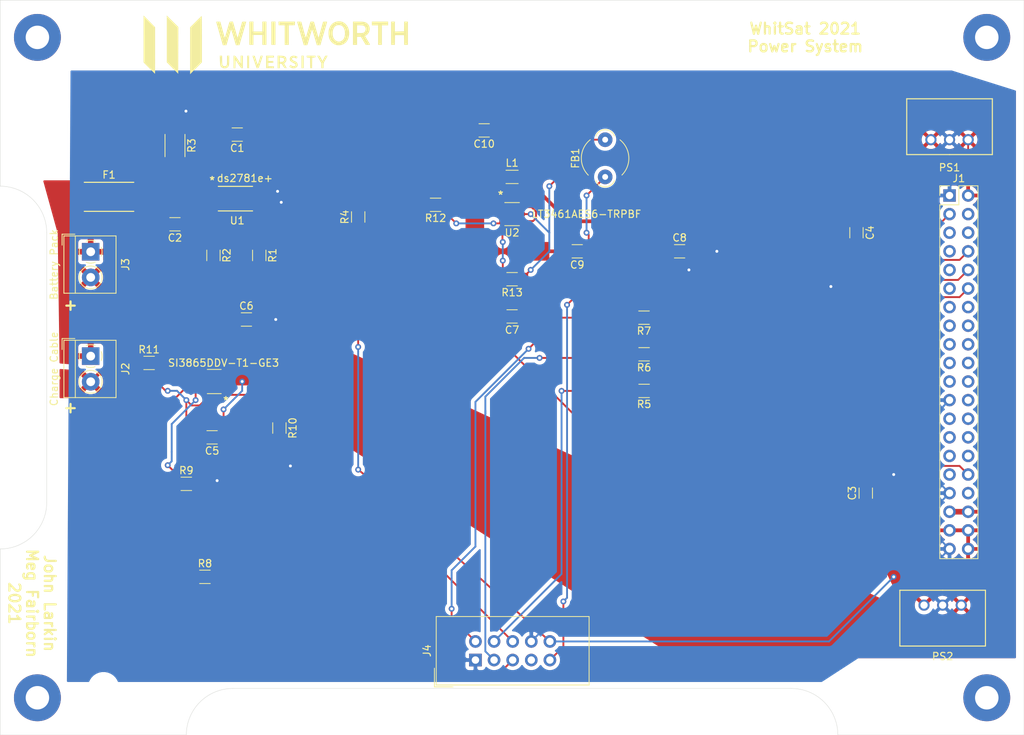
<source format=kicad_pcb>
(kicad_pcb (version 20171130) (host pcbnew "(5.1.10-1-10_14)")
  (layers (0 F.Cu signal) (31 B.Cu signal) (34 B.Paste user hide) (35 F.Paste user hide) (36 B.SilkS user hide) (37 F.SilkS user) (38 B.Mask user hide) (39 F.Mask user) (44 Edge.Cuts user))
  (net 0 "")
  (net 1 GND)
  (net 2 +5V)
  (net 3 /SPI_MOSI)
  (net 4 /SPI_MISO)
  (net 5 /SPI_CLK)
  (net 6 /I2C_SDA)
  (net 7 /I2C_SCL)
  (net 8 /POD_WAKE)
  (net 9 /POD_TX)
  (net 10 /POD_RX)
  (net 11 /RADIO_WAKE)
  (net 12 /A0)
  (net 13 /A1)
  (net 14 /A2)
  (net 15 /LED_A)
  (net 16 /LED_B)
  (net 17 /LED_C)
  (net 18 /PWM)
  (net 19 /IRIDIUM_NET_AVAIL)
  (net 20 /IRIDIUM_RX)
  (net 21 /IRIDIUM_TX)
  (net 22 /IRIDIUM_PWR_CTRL)
  (net 23 +3V3)
  (net 24 +BATT)
  (net 25 +7.4V)
  (net 26 /A3)
  (net 27 /DIO1)
  (net 28 /INTERBOARD_1)
  (net 29 /INTERBOARD_2)
  (net 30 /INTERBOARD_3)
  (net 31 "Net-(C1-Pad2)")
  (net 32 "Net-(C1-Pad1)")
  (net 33 "Net-(C2-Pad1)")
  (net 34 "Net-(F1-Pad1)")
  (net 35 /1_WIRE)
  (net 36 /EXT_TEMP)
  (net 37 "Net-(J4-Pad2)")
  (net 38 "Net-(J4-Pad3)")
  (net 39 "Net-(J4-Pad4)")
  (net 40 "Net-(J4-Pad5)")
  (net 41 /PWR_ENABLE)
  (net 42 "Net-(J4-Pad7)")
  (net 43 "Net-(R1-Pad1)")
  (net 44 "Net-(U1-Pad8)")
  (net 45 "Net-(C5-Pad2)")
  (net 46 "Net-(MOSFET1-Pad1)")
  (net 47 /AUDIO_ALERT)
  (net 48 /USB_D+)
  (net 49 /USB_B-)
  (net 50 "Net-(C7-Pad1)")
  (net 51 "Net-(C7-Pad2)")
  (net 52 /SIPM_Power)
  (net 53 "Net-(L1-Pad1)")
  (module LittleFuse_0157004DRT:LittleFuse_0157004.DRT (layer F.Cu) (at 40.25 52.25)
    (fp_text reference F1 (at 0 -3) (layer F.SilkS))
    (fp_text value 0157004.DRT hide)
    (pad 2 smd rect (at 2.54 0) (size 2.286 3.048) (layers F.Cu F.Paste F.Mask) (net 31 "Net-(C1-Pad2)"))
    (pad 1 smd rect (at -2.54 0) (size 2.286 3.048) (layers F.Cu F.Paste F.Mask) (net 34 "Net-(F1-Pad1)"))
  )
  (module MountingHole:MountingHole_3.2mm_M3 (layer F.Cu) (at 39.5 119.25)
    (fp_text reference REF** hide)
    (fp_text value MountingHole_3.2mm_M3)
    (pad 1 np_thru_hole circle (at 0 0) (size 3.2 3.2) (drill 3.2) (layers *.Cu *.Mask))
  )
  (module MountingHole:MountingHole_3.2mm_M3 (layer F.Cu) (at 151 32)
    (fp_text reference REF** hide)
    (fp_text value MountingHole_3.2mm_M3)
    (pad 1 np_thru_hole circle (at 0 0) (size 3.2 3.2) (drill 3.2) (layers *.Cu *.Mask))
  )
  (module MountingHole:MountingHole_3.2mm_M3 (layer F.Cu) (at 151 119.25)
    (fp_text reference REF** hide)
    (fp_text value MountingHole_3.2mm_M3)
    (pad 1 np_thru_hole circle (at 0 0) (size 3.2 3.2) (drill 3.2) (layers *.Cu *.Mask))
  )
  (module MountingHole:MountingHole_3.2mm_M3 (layer F.Cu) (at 39.5 32)
    (fp_text reference REF** hide)
    (fp_text value MountingHole_3.2mm_M3)
    (pad 1 np_thru_hole circle (at 0 0) (size 3.2 3.2) (drill 3.2) (layers *.Cu *.Mask))
  )
  (module WhitworthStandard:PC104_40PinSocket_2.54mm (layer F.Cu) (at 154.94 52.07)
    (fp_text reference J1 (at 1.27 -2.33) (layer F.SilkS))
    (fp_text value PC104_40Pin_2.54mm)
    (pad 21 thru_hole oval (at 2.54 48.26) (size 1.7 1.7) (drill 1) (layers *.Cu *.Mask) (net 23 +3V3))
    (pad 20 thru_hole oval (at 0 48.26) (size 1.7 1.7) (drill 1) (layers *.Cu *.Mask) (net 1 GND))
    (pad 22 thru_hole oval (at 2.54 45.72) (size 1.7 1.7) (drill 1) (layers *.Cu *.Mask) (net 23 +3V3))
    (pad 19 thru_hole oval (at 0 45.72) (size 1.7 1.7) (drill 1) (layers *.Cu *.Mask) (net 23 +3V3))
    (pad 23 thru_hole oval (at 2.54 43.18) (size 1.7 1.7) (drill 1) (layers *.Cu *.Mask) (net 25 +7.4V))
    (pad 18 thru_hole oval (at 0 43.18) (size 1.7 1.7) (drill 1) (layers *.Cu *.Mask) (net 25 +7.4V))
    (pad 24 thru_hole oval (at 2.54 40.64) (size 1.7 1.7) (drill 1) (layers *.Cu *.Mask) (net 11 /RADIO_WAKE))
    (pad 17 thru_hole oval (at 0 40.64) (size 1.7 1.7) (drill 1) (layers *.Cu *.Mask) (net 1 GND))
    (pad 25 thru_hole oval (at 2.54 38.1) (size 1.7 1.7) (drill 1) (layers *.Cu *.Mask) (net 35 /1_WIRE))
    (pad 16 thru_hole oval (at 0 38.1) (size 1.7 1.7) (drill 1) (layers *.Cu *.Mask) (net 3 /SPI_MOSI))
    (pad 26 thru_hole oval (at 2.54 35.56) (size 1.7 1.7) (drill 1) (layers *.Cu *.Mask) (net 19 /IRIDIUM_NET_AVAIL))
    (pad 15 thru_hole oval (at 0 35.56) (size 1.7 1.7) (drill 1) (layers *.Cu *.Mask) (net 4 /SPI_MISO))
    (pad 27 thru_hole oval (at 2.54 33.02) (size 1.7 1.7) (drill 1) (layers *.Cu *.Mask) (net 21 /IRIDIUM_TX))
    (pad 14 thru_hole oval (at 0 33.02) (size 1.7 1.7) (drill 1) (layers *.Cu *.Mask) (net 5 /SPI_CLK))
    (pad 28 thru_hole oval (at 2.54 30.48) (size 1.7 1.7) (drill 1) (layers *.Cu *.Mask) (net 20 /IRIDIUM_RX))
    (pad 13 thru_hole oval (at 0 30.48) (size 1.7 1.7) (drill 1) (layers *.Cu *.Mask) (net 27 /DIO1))
    (pad 29 thru_hole oval (at 2.54 27.94) (size 1.7 1.7) (drill 1) (layers *.Cu *.Mask) (net 22 /IRIDIUM_PWR_CTRL))
    (pad 12 thru_hole oval (at 0 27.94) (size 1.7 1.7) (drill 1) (layers *.Cu *.Mask) (net 1 GND))
    (pad 30 thru_hole oval (at 2.54 25.4) (size 1.7 1.7) (drill 1) (layers *.Cu *.Mask) (net 47 /AUDIO_ALERT))
    (pad 11 thru_hole oval (at 0 25.4) (size 1.7 1.7) (drill 1) (layers *.Cu *.Mask) (net 6 /I2C_SDA))
    (pad 31 thru_hole oval (at 2.54 22.86) (size 1.7 1.7) (drill 1) (layers *.Cu *.Mask) (net 28 /INTERBOARD_1))
    (pad 10 thru_hole oval (at 0 22.86) (size 1.7 1.7) (drill 1) (layers *.Cu *.Mask) (net 7 /I2C_SCL))
    (pad 32 thru_hole oval (at 2.54 20.32) (size 1.7 1.7) (drill 1) (layers *.Cu *.Mask) (net 29 /INTERBOARD_2))
    (pad 9 thru_hole oval (at 0 20.32) (size 1.7 1.7) (drill 1) (layers *.Cu *.Mask) (net 10 /POD_RX))
    (pad 33 thru_hole oval (at 2.54 17.78) (size 1.7 1.7) (drill 1) (layers *.Cu *.Mask) (net 30 /INTERBOARD_3))
    (pad 8 thru_hole oval (at 0 17.78) (size 1.7 1.7) (drill 1) (layers *.Cu *.Mask) (net 9 /POD_TX))
    (pad 34 thru_hole oval (at 2.54 15.24) (size 1.7 1.7) (drill 1) (layers *.Cu *.Mask) (net 18 /PWM))
    (pad 7 thru_hole oval (at 0 15.24) (size 1.7 1.7) (drill 1) (layers *.Cu *.Mask) (net 8 /POD_WAKE))
    (pad 35 thru_hole oval (at 2.54 12.7) (size 1.7 1.7) (drill 1) (layers *.Cu *.Mask) (net 17 /LED_C))
    (pad 6 thru_hole oval (at 0 12.7) (size 1.7 1.7) (drill 1) (layers *.Cu *.Mask) (net 12 /A0))
    (pad 36 thru_hole oval (at 2.54 10.16) (size 1.7 1.7) (drill 1) (layers *.Cu *.Mask) (net 16 /LED_B))
    (pad 5 thru_hole oval (at 0 10.16) (size 1.7 1.7) (drill 1) (layers *.Cu *.Mask) (net 13 /A1))
    (pad 37 thru_hole oval (at 2.54 7.62) (size 1.7 1.7) (drill 1) (layers *.Cu *.Mask) (net 15 /LED_A))
    (pad 4 thru_hole oval (at 0 7.62) (size 1.7 1.7) (drill 1) (layers *.Cu *.Mask) (net 14 /A2))
    (pad 38 thru_hole oval (at 2.54 5.08) (size 1.7 1.7) (drill 1) (layers *.Cu *.Mask) (net 48 /USB_D+))
    (pad 3 thru_hole oval (at 0 5.08) (size 1.7 1.7) (drill 1) (layers *.Cu *.Mask) (net 26 /A3))
    (pad 39 thru_hole oval (at 2.54 2.54) (size 1.7 1.7) (drill 1) (layers *.Cu *.Mask) (net 49 /USB_B-))
    (pad 2 thru_hole oval (at 0 2.54) (size 1.7 1.7) (drill 1) (layers *.Cu *.Mask) (net 36 /EXT_TEMP))
    (pad 40 thru_hole oval (at 2.54 0) (size 1.7 1.7) (drill 1) (layers *.Cu *.Mask) (net 2 +5V))
    (pad 1 thru_hole rect (at 0 0) (size 1.7 1.7) (drill 1) (layers *.Cu *.Mask) (net 1 GND))
  )
  (module WhitworthStandard:LOGO (layer F.Cu) (at 63 31.5)
    (fp_text reference G*** hide)
    (fp_text value LOGO hide)
  )
  (module MountingHole:MountingHole_3.2mm_M3_Pad (layer F.Cu) (at 160.02 120.65)
    (fp_text reference REF** hide)
    (fp_text value MountingHole_3.2mm_M3_Pad hide)
    (pad 1 thru_hole circle (at 0 0) (size 6.4 6.4) (drill 3.2) (layers *.Cu *.Mask))
  )
  (module MountingHole:MountingHole_3.2mm_M3_Pad (layer F.Cu) (at 30.48 120.65)
    (fp_text reference REF** hide)
    (fp_text value MountingHole_3.2mm_M3_Pad hide)
    (pad 1 thru_hole circle (at 0 0) (size 6.4 6.4) (drill 3.2) (layers *.Cu *.Mask))
  )
  (module MountingHole:MountingHole_3.2mm_M3_Pad (layer F.Cu) (at 160.02 30.48)
    (fp_text reference REF** hide)
    (fp_text value MountingHole_3.2mm_M3_Pad hide)
    (pad 1 thru_hole circle (at 0 0) (size 6.4 6.4) (drill 3.2) (layers *.Cu *.Mask))
  )
  (module MountingHole:MountingHole_3.2mm_M3_Pad (layer F.Cu) (at 30.48 30.48)
    (fp_text reference REF** hide)
    (fp_text value MountingHole_3.2mm_M3_Pad hide)
    (pad 1 thru_hole circle (at 0 0) (size 6.4 6.4) (drill 3.2) (layers *.Cu *.Mask))
  )
  (module TerminalBlock_4Ucon:TerminalBlock_4Ucon_1x02_P3.50mm_Horizontal (layer F.Cu) (at 37.75 74 270)
    (fp_text reference J2 (at 1.75 -4.75 90) (layer F.SilkS))
    (fp_text value "Charge Cable" (at 1.75 5 90) (layer F.SilkS))
    (pad 1 thru_hole rect (at 0 0 270) (size 2.4 2.4) (drill 1.2) (layers *.Cu *.Mask) (net 34 "Net-(F1-Pad1)"))
    (pad 2 thru_hole circle (at 3.5 0 270) (size 2.4 2.4) (drill 1.2) (layers *.Cu *.Mask) (net 24 +BATT))
  )
  (module TerminalBlock_4Ucon:TerminalBlock_4Ucon_1x02_P3.50mm_Horizontal (layer F.Cu) (at 37.75 59.75 270)
    (fp_text reference J3 (at 1.75 -4.75 90) (layer F.SilkS))
    (fp_text value "Battery Pack" (at 1.75 5 90) (layer F.SilkS))
    (pad 2 thru_hole circle (at 3.5 0 270) (size 2.4 2.4) (drill 1.2) (layers *.Cu *.Mask) (net 24 +BATT))
    (pad 1 thru_hole rect (at 0 0 270) (size 2.4 2.4) (drill 1.2) (layers *.Cu *.Mask) (net 34 "Net-(F1-Pad1)"))
  )
  (module Connector_IDC:IDC-Header_2x05_P2.54mm_Vertical (layer F.Cu) (at 90.25 115.5 90)
    (fp_text reference J4 (at 1.27 -6.604 90) (layer F.SilkS))
    (fp_text value "IDC Header")
    (pad 1 thru_hole rect (at 0 0 90) (size 1.7272 1.7272) (drill 1.016) (layers *.Cu *.Mask) (net 1 GND))
    (pad 2 thru_hole oval (at 2.54 0 90) (size 1.7272 1.7272) (drill 1.016) (layers *.Cu *.Mask) (net 37 "Net-(J4-Pad2)"))
    (pad 3 thru_hole oval (at 0 2.54 90) (size 1.7272 1.7272) (drill 1.016) (layers *.Cu *.Mask) (net 38 "Net-(J4-Pad3)"))
    (pad 4 thru_hole oval (at 2.54 2.54 90) (size 1.7272 1.7272) (drill 1.016) (layers *.Cu *.Mask) (net 39 "Net-(J4-Pad4)"))
    (pad 5 thru_hole oval (at 0 5.08 90) (size 1.7272 1.7272) (drill 1.016) (layers *.Cu *.Mask) (net 40 "Net-(J4-Pad5)"))
    (pad 6 thru_hole oval (at 2.54 5.08 90) (size 1.7272 1.7272) (drill 1.016) (layers *.Cu *.Mask) (net 41 /PWR_ENABLE))
    (pad 7 thru_hole oval (at 0 7.62 90) (size 1.7272 1.7272) (drill 1.016) (layers *.Cu *.Mask) (net 42 "Net-(J4-Pad7)"))
    (pad 8 thru_hole oval (at 2.54 7.62 90) (size 1.7272 1.7272) (drill 1.016) (layers *.Cu *.Mask) (net 1 GND))
    (pad 9 thru_hole oval (at 0 10.16 90) (size 1.7272 1.7272) (drill 1.016) (layers *.Cu *.Mask) (net 36 /EXT_TEMP))
    (pad 10 thru_hole oval (at 2.54 10.16 90) (size 1.7272 1.7272) (drill 1.016) (layers *.Cu *.Mask) (net 23 +3V3))
  )
  (module DS2781e:ds2781e&plus_ (layer F.Cu) (at 57.5 52.5)
    (fp_text reference U1 (at 0.25 3) (layer F.SilkS))
    (fp_text value ds2781e+ (at 1.287599 -2.789601) (layer F.SilkS))
    (fp_text user * (at -3.175 -2.4736) (layer F.SilkS))
    (fp_text user * (at -3.175 -2.4736) (layer F.SilkS))
    (pad 1 smd rect (at -2.921 -0.974999) (size 1.4224 0.3556) (layers F.Cu F.Paste F.Mask) (net 32 "Net-(C1-Pad1)"))
    (pad 2 smd rect (at -2.921 -0.325001) (size 1.4224 0.3556) (layers F.Cu F.Paste F.Mask) (net 31 "Net-(C1-Pad2)"))
    (pad 3 smd rect (at -2.921 0.325001) (size 1.4224 0.3556) (layers F.Cu F.Paste F.Mask) (net 43 "Net-(R1-Pad1)"))
    (pad 4 smd rect (at -2.921 0.974999) (size 1.4224 0.3556) (layers F.Cu F.Paste F.Mask) (net 33 "Net-(C2-Pad1)"))
    (pad 5 smd rect (at 2.921 0.974999) (size 1.4224 0.3556) (layers F.Cu F.Paste F.Mask) (net 35 /1_WIRE))
    (pad 6 smd rect (at 2.921 0.325001) (size 1.4224 0.3556) (layers F.Cu F.Paste F.Mask) (net 1 GND))
    (pad 7 smd rect (at 2.921 -0.325001) (size 1.4224 0.3556) (layers F.Cu F.Paste F.Mask) (net 1 GND))
    (pad 8 smd rect (at 2.921 -0.974999) (size 1.4224 0.3556) (layers F.Cu F.Paste F.Mask) (net 44 "Net-(U1-Pad8)"))
  )
  (module Capacitor_SMD:C_1206_3216Metric_Pad1.33x1.80mm_HandSolder (layer F.Cu) (at 57.75 43.75 180)
    (fp_text reference C1 (at 0 -1.85) (layer F.SilkS))
    (fp_text value "0.1 uF")
    (pad 2 smd roundrect (at 1.5625 0 180) (size 1.325 1.8) (layers F.Cu F.Paste F.Mask) (roundrect_rratio 0.188679) (net 31 "Net-(C1-Pad2)"))
    (pad 1 smd roundrect (at -1.5625 0 180) (size 1.325 1.8) (layers F.Cu F.Paste F.Mask) (roundrect_rratio 0.188679) (net 32 "Net-(C1-Pad1)"))
  )
  (module Capacitor_SMD:C_1206_3216Metric_Pad1.33x1.80mm_HandSolder (layer F.Cu) (at 49.25 56 180)
    (fp_text reference C2 (at 0 -1.85) (layer F.SilkS))
    (fp_text value "0.1 uF")
    (pad 1 smd roundrect (at -1.5625 0 180) (size 1.325 1.8) (layers F.Cu F.Paste F.Mask) (roundrect_rratio 0.188679) (net 33 "Net-(C2-Pad1)"))
    (pad 2 smd roundrect (at 1.5625 0 180) (size 1.325 1.8) (layers F.Cu F.Paste F.Mask) (roundrect_rratio 0.188679) (net 31 "Net-(C1-Pad2)"))
  )
  (module Capacitor_SMD:C_1206_3216Metric_Pad1.33x1.80mm_HandSolder (layer F.Cu) (at 143.51 92.71 90)
    (fp_text reference C3 (at 0 -1.85 90) (layer F.SilkS))
    (fp_text value 10uF)
    (pad 1 smd roundrect (at -1.5625 0 90) (size 1.325 1.8) (layers F.Cu F.Paste F.Mask) (roundrect_rratio 0.188679) (net 23 +3V3))
    (pad 2 smd roundrect (at 1.5625 0 90) (size 1.325 1.8) (layers F.Cu F.Paste F.Mask) (roundrect_rratio 0.188679) (net 1 GND))
  )
  (module Capacitor_SMD:C_1206_3216Metric_Pad1.33x1.80mm_HandSolder (layer F.Cu) (at 142.24 57.15 270)
    (fp_text reference C4 (at 0 -1.85 90) (layer F.SilkS))
    (fp_text value 10uF)
    (pad 2 smd roundrect (at 1.5625 0 270) (size 1.325 1.8) (layers F.Cu F.Paste F.Mask) (roundrect_rratio 0.188679) (net 1 GND))
    (pad 1 smd roundrect (at -1.5625 0 270) (size 1.325 1.8) (layers F.Cu F.Paste F.Mask) (roundrect_rratio 0.188679) (net 2 +5V))
  )
  (module Capacitor_SMD:C_1206_3216Metric_Pad1.33x1.80mm_HandSolder (layer F.Cu) (at 54.3175 85.09 180)
    (fp_text reference C5 (at 0 -1.85) (layer F.SilkS))
    (fp_text value 1000pF)
    (pad 2 smd roundrect (at 1.5625 0 180) (size 1.325 1.8) (layers F.Cu F.Paste F.Mask) (roundrect_rratio 0.188679) (net 45 "Net-(C5-Pad2)"))
    (pad 1 smd roundrect (at -1.5625 0 180) (size 1.325 1.8) (layers F.Cu F.Paste F.Mask) (roundrect_rratio 0.188679) (net 25 +7.4V))
  )
  (module Capacitor_SMD:C_1206_3216Metric_Pad1.33x1.80mm_HandSolder (layer F.Cu) (at 59 69)
    (fp_text reference C6 (at 0 -1.85) (layer F.SilkS))
    (fp_text value 0.01uF)
    (pad 1 smd roundrect (at -1.5625 0) (size 1.325 1.8) (layers F.Cu F.Paste F.Mask) (roundrect_rratio 0.188679) (net 24 +BATT))
    (pad 2 smd roundrect (at 1.5625 0) (size 1.325 1.8) (layers F.Cu F.Paste F.Mask) (roundrect_rratio 0.188679) (net 1 GND))
  )
  (module SI3865DDVT1GE3:SI3865DDV-T1-GE3 (layer F.Cu) (at 54.61 77.47 180)
    (fp_text reference MOSFET1 hide)
    (fp_text value SI3865DDV-T1-GE3 (at -1.27 2.54) (layer F.SilkS))
    (fp_text user * (at -1.5875 -2.601) (layer F.SilkS))
    (fp_text user * (at -1.5875 -2.601) (layer F.SilkS))
    (pad 1 smd rect (at -1.3335 -0.950001 180) (size 1.016 0.508) (layers F.Cu F.Paste F.Mask) (net 46 "Net-(MOSFET1-Pad1)"))
    (pad 2 smd rect (at -1.3335 0 180) (size 1.016 0.508) (layers F.Cu F.Paste F.Mask) (net 25 +7.4V))
    (pad 3 smd rect (at -1.3335 0.950001 180) (size 1.016 0.508) (layers F.Cu F.Paste F.Mask) (net 25 +7.4V))
    (pad 4 smd rect (at 1.3335 0.950001 180) (size 1.016 0.508) (layers F.Cu F.Paste F.Mask) (net 24 +BATT))
    (pad 5 smd rect (at 1.3335 0 180) (size 1.016 0.508) (layers F.Cu F.Paste F.Mask) (net 41 /PWR_ENABLE))
    (pad 6 smd rect (at 1.3335 -0.950001 180) (size 1.016 0.508) (layers F.Cu F.Paste F.Mask) (net 45 "Net-(C5-Pad2)"))
  )
  (module WhitworthStandard:RECOM-R-78xx-1.0 (layer F.Cu) (at 154.94 44.45)
    (fp_text reference PS1 (at 0 3.81) (layer F.SilkS))
    (fp_text value R-785.0-1.0)
    (pad 1 thru_hole circle (at -2.54 0) (size 1.524 1.524) (drill 1) (layers *.Cu *.Mask) (net 25 +7.4V))
    (pad 2 thru_hole circle (at 0 0) (size 1.524 1.524) (drill 1) (layers *.Cu *.Mask) (net 1 GND))
    (pad 3 thru_hole circle (at 2.54 0) (size 1.524 1.524) (drill 1) (layers *.Cu *.Mask) (net 2 +5V))
  )
  (module WhitworthStandard:RECOM-R-78xx-1.0 (layer F.Cu) (at 154 108 180)
    (fp_text reference PS2 (at 0 -7) (layer F.SilkS))
    (fp_text value R-783.3-1.0)
    (pad 3 thru_hole circle (at 2.54 0 180) (size 1.524 1.524) (drill 1) (layers *.Cu *.Mask) (net 23 +3V3))
    (pad 2 thru_hole circle (at 0 0 180) (size 1.524 1.524) (drill 1) (layers *.Cu *.Mask) (net 1 GND))
    (pad 1 thru_hole circle (at -2.54 0 180) (size 1.524 1.524) (drill 1) (layers *.Cu *.Mask) (net 25 +7.4V))
  )
  (module Resistor_SMD:R_1206_3216Metric_Pad1.30x1.75mm_HandSolder (layer F.Cu) (at 60.75 60.25 270)
    (fp_text reference R1 (at 0 -1.82 90) (layer F.SilkS))
    (fp_text value 1k)
    (pad 2 smd roundrect (at 1.55 0 270) (size 1.3 1.75) (layers F.Cu F.Paste F.Mask) (roundrect_rratio 0.192308) (net 24 +BATT))
    (pad 1 smd roundrect (at -1.55 0 270) (size 1.3 1.75) (layers F.Cu F.Paste F.Mask) (roundrect_rratio 0.192308) (net 43 "Net-(R1-Pad1)"))
  )
  (module Resistor_SMD:R_1206_3216Metric_Pad1.30x1.75mm_HandSolder (layer F.Cu) (at 54.5 60.25 270)
    (fp_text reference R2 (at 0 -1.82 90) (layer F.SilkS))
    (fp_text value 499)
    (pad 1 smd roundrect (at -1.55 0 270) (size 1.3 1.75) (layers F.Cu F.Paste F.Mask) (roundrect_rratio 0.192308) (net 33 "Net-(C2-Pad1)"))
    (pad 2 smd roundrect (at 1.55 0 270) (size 1.3 1.75) (layers F.Cu F.Paste F.Mask) (roundrect_rratio 0.192308) (net 24 +BATT))
  )
  (module Resistor_SMD:R_2010_5025Metric_Pad1.40x2.65mm_HandSolder (layer F.Cu) (at 49.25 45.25 270)
    (fp_text reference R3 (at 0 -2.28 90) (layer F.SilkS))
    (fp_text value RSNS)
    (pad 1 smd roundrect (at -2.4 0 270) (size 1.4 2.65) (layers F.Cu F.Paste F.Mask) (roundrect_rratio 0.178571) (net 1 GND))
    (pad 2 smd roundrect (at 2.4 0 270) (size 1.4 2.65) (layers F.Cu F.Paste F.Mask) (roundrect_rratio 0.178571) (net 31 "Net-(C1-Pad2)"))
  )
  (module Resistor_SMD:R_1206_3216Metric_Pad1.30x1.75mm_HandSolder (layer F.Cu) (at 74.25 55 90)
    (fp_text reference R4 (at 0 -1.82 90) (layer F.SilkS))
    (fp_text value 4.7k)
    (pad 1 smd roundrect (at -1.55 0 90) (size 1.3 1.75) (layers F.Cu F.Paste F.Mask) (roundrect_rratio 0.192308) (net 23 +3V3))
    (pad 2 smd roundrect (at 1.55 0 90) (size 1.3 1.75) (layers F.Cu F.Paste F.Mask) (roundrect_rratio 0.192308) (net 35 /1_WIRE))
  )
  (module Resistor_SMD:R_1206_3216Metric_Pad1.30x1.75mm_HandSolder (layer F.Cu) (at 113.2625 78.75 180)
    (fp_text reference R5 (at 0 -1.82) (layer F.SilkS))
    (fp_text value 3.4)
    (pad 1 smd roundrect (at -1.55 0 180) (size 1.3 1.75) (layers F.Cu F.Paste F.Mask) (roundrect_rratio 0.192308) (net 17 /LED_C))
    (pad 2 smd roundrect (at 1.55 0 180) (size 1.3 1.75) (layers F.Cu F.Paste F.Mask) (roundrect_rratio 0.192308) (net 39 "Net-(J4-Pad4)"))
  )
  (module Resistor_SMD:R_1206_3216Metric_Pad1.30x1.75mm_HandSolder (layer F.Cu) (at 113.2625 73.75 180)
    (fp_text reference R6 (at 0 -1.82) (layer F.SilkS))
    (fp_text value 5.1)
    (pad 2 smd roundrect (at 1.55 0 180) (size 1.3 1.75) (layers F.Cu F.Paste F.Mask) (roundrect_rratio 0.192308) (net 38 "Net-(J4-Pad3)"))
    (pad 1 smd roundrect (at -1.55 0 180) (size 1.3 1.75) (layers F.Cu F.Paste F.Mask) (roundrect_rratio 0.192308) (net 16 /LED_B))
  )
  (module Resistor_SMD:R_1206_3216Metric_Pad1.30x1.75mm_HandSolder (layer F.Cu) (at 113.25 68.75 180)
    (fp_text reference R7 (at 0 -1.82) (layer F.SilkS))
    (fp_text value 66.5)
    (pad 2 smd roundrect (at 1.55 0 180) (size 1.3 1.75) (layers F.Cu F.Paste F.Mask) (roundrect_rratio 0.192308) (net 37 "Net-(J4-Pad2)"))
    (pad 1 smd roundrect (at -1.55 0 180) (size 1.3 1.75) (layers F.Cu F.Paste F.Mask) (roundrect_rratio 0.192308) (net 15 /LED_A))
  )
  (module Resistor_SMD:R_1206_3216Metric_Pad1.30x1.75mm_HandSolder (layer F.Cu) (at 53.34 104.14)
    (fp_text reference R8 (at 0 -1.82) (layer F.SilkS))
    (fp_text value 47k)
    (pad 2 smd roundrect (at 1.55 0) (size 1.3 1.75) (layers F.Cu F.Paste F.Mask) (roundrect_rratio 0.192308) (net 40 "Net-(J4-Pad5)"))
    (pad 1 smd roundrect (at -1.55 0) (size 1.3 1.75) (layers F.Cu F.Paste F.Mask) (roundrect_rratio 0.192308) (net 24 +BATT))
  )
  (module Resistor_SMD:R_1206_3216Metric_Pad1.30x1.75mm_HandSolder (layer F.Cu) (at 50.8 91.44)
    (fp_text reference R9 (at 0 -1.82) (layer F.SilkS))
    (fp_text value 47k)
    (pad 1 smd roundrect (at -1.55 0) (size 1.3 1.75) (layers F.Cu F.Paste F.Mask) (roundrect_rratio 0.192308) (net 41 /PWR_ENABLE))
    (pad 2 smd roundrect (at 1.55 0) (size 1.3 1.75) (layers F.Cu F.Paste F.Mask) (roundrect_rratio 0.192308) (net 1 GND))
  )
  (module Resistor_SMD:R_1206_3216Metric_Pad1.30x1.75mm_HandSolder (layer F.Cu) (at 63.5 83.82 270)
    (fp_text reference R10 (at 0 -1.82 90) (layer F.SilkS))
    (fp_text value 2.2k)
    (pad 2 smd roundrect (at 1.55 0 270) (size 1.3 1.75) (layers F.Cu F.Paste F.Mask) (roundrect_rratio 0.192308) (net 1 GND))
    (pad 1 smd roundrect (at -1.55 0 270) (size 1.3 1.75) (layers F.Cu F.Paste F.Mask) (roundrect_rratio 0.192308) (net 46 "Net-(MOSFET1-Pad1)"))
  )
  (module Resistor_SMD:R_1206_3216Metric_Pad1.30x1.75mm_HandSolder (layer F.Cu) (at 45.72 74.93)
    (fp_text reference R11 (at 0 -1.82) (layer F.SilkS))
    (fp_text value 47k)
    (pad 1 smd roundrect (at -1.55 0) (size 1.3 1.75) (layers F.Cu F.Paste F.Mask) (roundrect_rratio 0.192308) (net 45 "Net-(C5-Pad2)"))
    (pad 2 smd roundrect (at 1.55 0) (size 1.3 1.75) (layers F.Cu F.Paste F.Mask) (roundrect_rratio 0.192308) (net 24 +BATT))
  )
  (module Capacitor_SMD:C_1206_3216Metric_Pad1.33x1.80mm_HandSolder (layer F.Cu) (at 95.25 68.58 180)
    (fp_text reference C7 (at 0 -1.85) (layer F.SilkS))
    (fp_text value 22pF)
    (pad 1 smd roundrect (at -1.5625 0 180) (size 1.325 1.8) (layers F.Cu F.Paste F.Mask) (roundrect_rratio 0.188679) (net 50 "Net-(C7-Pad1)"))
    (pad 2 smd roundrect (at 1.5625 0 180) (size 1.325 1.8) (layers F.Cu F.Paste F.Mask) (roundrect_rratio 0.188679) (net 51 "Net-(C7-Pad2)"))
  )
  (module Capacitor_SMD:C_1206_3216Metric_Pad1.33x1.80mm_HandSolder (layer F.Cu) (at 118.11 59.69)
    (fp_text reference C8 (at 0 -1.85) (layer F.SilkS))
    (fp_text value 0.47uF)
    (pad 2 smd roundrect (at 1.5625 0) (size 1.325 1.8) (layers F.Cu F.Paste F.Mask) (roundrect_rratio 0.188679) (net 1 GND))
    (pad 1 smd roundrect (at -1.5625 0) (size 1.325 1.8) (layers F.Cu F.Paste F.Mask) (roundrect_rratio 0.188679) (net 50 "Net-(C7-Pad1)"))
  )
  (module Capacitor_SMD:C_1206_3216Metric_Pad1.33x1.80mm_HandSolder (layer F.Cu) (at 104.14 59.69 180)
    (fp_text reference C9 (at 0 -1.85) (layer F.SilkS))
    (fp_text value 1uF)
    (pad 1 smd roundrect (at -1.5625 0 180) (size 1.325 1.8) (layers F.Cu F.Paste F.Mask) (roundrect_rratio 0.188679) (net 52 /SIPM_Power))
    (pad 2 smd roundrect (at 1.5625 0 180) (size 1.325 1.8) (layers F.Cu F.Paste F.Mask) (roundrect_rratio 0.188679) (net 1 GND))
  )
  (module Capacitor_SMD:C_1206_3216Metric_Pad1.33x1.80mm_HandSolder (layer F.Cu) (at 91.44 43.18 180)
    (fp_text reference C10 (at 0 -1.85) (layer F.SilkS))
    (fp_text value 1uF)
    (pad 2 smd roundrect (at 1.5625 0 180) (size 1.325 1.8) (layers F.Cu F.Paste F.Mask) (roundrect_rratio 0.188679) (net 1 GND))
    (pad 1 smd roundrect (at -1.5625 0 180) (size 1.325 1.8) (layers F.Cu F.Paste F.Mask) (roundrect_rratio 0.188679) (net 2 +5V))
  )
  (module Ferrite_THT:LairdTech_28C0236-0JW-10 (layer F.Cu) (at 107.95 49.53 90)
    (fp_text reference FB1 (at 2.54 -4.064 90) (layer F.SilkS))
    (fp_text value "2.5k Ferrite Bead")
    (pad 2 thru_hole circle (at 5.08 0 90) (size 2 2) (drill 0.8) (layers *.Cu *.Mask) (net 50 "Net-(C7-Pad1)"))
    (pad 1 thru_hole circle (at 0 0 90) (size 2 2) (drill 0.8) (layers *.Cu *.Mask) (net 52 /SIPM_Power))
  )
  (module Inductor_SMD:L_1206_3216Metric_Pad1.22x1.90mm_HandSolder (layer F.Cu) (at 95.25 49.53)
    (fp_text reference L1 (at 0 -1.9) (layer F.SilkS))
    (fp_text value 47uH)
    (pad 1 smd roundrect (at -1.6625 0) (size 1.225 1.9) (layers F.Cu F.Paste F.Mask) (roundrect_rratio 0.204082) (net 53 "Net-(L1-Pad1)"))
    (pad 2 smd roundrect (at 1.6625 0) (size 1.225 1.9) (layers F.Cu F.Paste F.Mask) (roundrect_rratio 0.204082) (net 2 +5V))
  )
  (module Resistor_SMD:R_1206_3216Metric_Pad1.30x1.75mm_HandSolder (layer F.Cu) (at 84.81 53.34 180)
    (fp_text reference R12 (at 0 -1.82) (layer F.SilkS))
    (fp_text value 10k)
    (pad 1 smd roundrect (at -1.55 0 180) (size 1.3 1.75) (layers F.Cu F.Paste F.Mask) (roundrect_rratio 0.192308) (net 51 "Net-(C7-Pad2)"))
    (pad 2 smd roundrect (at 1.55 0 180) (size 1.3 1.75) (layers F.Cu F.Paste F.Mask) (roundrect_rratio 0.192308) (net 1 GND))
  )
  (module Resistor_SMD:R_1206_3216Metric_Pad1.30x1.75mm_HandSolder (layer F.Cu) (at 95.25 63.5 180)
    (fp_text reference R13 (at 0 -1.82) (layer F.SilkS))
    (fp_text value 243k)
    (pad 2 smd roundrect (at 1.55 0 180) (size 1.3 1.75) (layers F.Cu F.Paste F.Mask) (roundrect_rratio 0.192308) (net 51 "Net-(C7-Pad2)"))
    (pad 1 smd roundrect (at -1.55 0 180) (size 1.3 1.75) (layers F.Cu F.Paste F.Mask) (roundrect_rratio 0.192308) (net 50 "Net-(C7-Pad1)"))
  )
  (module LT3461AES6-TRPBF:LT3461AES6-TRPBF (layer F.Cu) (at 95.25 54.61)
    (fp_text reference U2 (at 0 2.54) (layer F.SilkS))
    (fp_text value LT3461AES6-TRPBF (at 10.16 0) (layer F.SilkS))
    (fp_text user * (at -1.56845 -2.601) (layer F.SilkS))
    (fp_text user * (at -1.56845 -2.601) (layer F.SilkS))
    (pad 1 smd rect (at -1.31445 -0.950001) (size 0.8763 0.508) (layers F.Cu F.Paste F.Mask) (net 53 "Net-(L1-Pad1)"))
    (pad 2 smd rect (at -1.31445 0) (size 0.8763 0.508) (layers F.Cu F.Paste F.Mask) (net 1 GND))
    (pad 3 smd rect (at -1.31445 0.950001) (size 0.8763 0.508) (layers F.Cu F.Paste F.Mask) (net 51 "Net-(C7-Pad2)"))
    (pad 4 smd rect (at 1.31445 0.950001) (size 0.8763 0.508) (layers F.Cu F.Paste F.Mask) (net 2 +5V))
    (pad 5 smd rect (at 1.31445 0) (size 0.8763 0.508) (layers F.Cu F.Paste F.Mask) (net 50 "Net-(C7-Pad1)"))
    (pad 6 smd rect (at 1.31445 -0.950001) (size 0.8763 0.508) (layers F.Cu F.Paste F.Mask) (net 2 +5V))
  )
  (gr_text + (at 35 81) (layer F.SilkS) (effects (font (size 1.5 1.5) (thickness 0.3))))
  (gr_text + (at 35 67) (layer F.SilkS) (effects (font (size 1.5 1.5) (thickness 0.3))))
  (gr_text "John Larkin\nMeg Fairborn\n2021" (at 29.75 107.75 -90) (layer F.SilkS) (effects (font (size 1.5 1.5) (thickness 0.3))))
  (gr_text "WhitSat 2021\nPower System" (at 135.25 30.5) (layer F.SilkS) (effects (font (size 1.5 1.5) (thickness 0.3))))
  (gr_line (start 31.75 57.15) (end 31.75 93.98) (layer Edge.Cuts) (width 0.05))
  (gr_arc (start 25.4 93.98) (end 25.4 100.33) (angle -90) (layer Edge.Cuts) (width 0.05))
  (gr_line (start 57.15 119.38) (end 133.35 119.38) (layer Edge.Cuts) (width 0.05))
  (gr_arc (start 57.15 125.73) (end 57.15 119.38) (angle -90) (layer Edge.Cuts) (width 0.05))
  (gr_line (start 25.4 125.73) (end 50.8 125.73) (layer Edge.Cuts) (width 0.05))
  (gr_line (start 25.4 125.73) (end 25.4 100.33) (layer Edge.Cuts) (width 0.05))
  (gr_arc (start 133.35 125.73) (end 139.7 125.73) (angle -90) (layer Edge.Cuts) (width 0.05))
  (gr_arc (start 25.4 57.15) (end 31.75 57.15) (angle -90) (layer Edge.Cuts) (width 0.05))
  (gr_line (start 25.4 25.4) (end 25.4 50.8) (layer Edge.Cuts) (width 0.05))
  (gr_line (start 25.4 25.4) (end 165.1 25.4) (layer Edge.Cuts) (width 0.05))
  (gr_line (start 165.1 125.73) (end 139.7 125.73) (layer Edge.Cuts) (width 0.05))
  (gr_line (start 165.1 25.4) (end 165.1 125.73) (layer Edge.Cuts) (width 0.05))
  (segment (start 132.23 49) (end 132.23 50.066317) (width 0.25) (layer B.Cu) (net 1))
  (segment (start 49.25 42.05) (end 50.75 40.55) (width 0.5) (layer F.Cu) (net 1))
  (segment (start 49.25 42.9125) (end 49.25 42.05) (width 0.5) (layer F.Cu) (net 1))
  (via (at 50.75 40.55) (size 0.8) (drill 0.4) (layers F.Cu B.Cu) (net 1))
  (segment (start 124.179999 40.949999) (end 132.23 49) (width 0.25) (layer B.Cu) (net 1))
  (segment (start 50.75 40.55) (end 51.149999 40.949999) (width 0.25) (layer B.Cu) (net 1))
  (via (at 63.25 51.5) (size 0.8) (drill 0.4) (layers F.Cu B.Cu) (net 1))
  (segment (start 64.050001 50.699999) (end 63.25 51.5) (width 0.25) (layer B.Cu) (net 1))
  (segment (start 64.050001 40.949999) (end 124.179999 40.949999) (width 0.25) (layer B.Cu) (net 1))
  (segment (start 51.149999 40.949999) (end 64.050001 40.949999) (width 0.25) (layer B.Cu) (net 1))
  (segment (start 62.575001 52.174999) (end 60.421 52.174999) (width 0.375) (layer F.Cu) (net 1))
  (segment (start 63.25 51.5) (end 62.575001 52.174999) (width 0.375) (layer F.Cu) (net 1))
  (via (at 63.75 53) (size 0.8) (drill 0.4) (layers F.Cu B.Cu) (net 1))
  (segment (start 60.421 52.825001) (end 63.575001 52.825001) (width 0.375) (layer F.Cu) (net 1))
  (segment (start 63.575001 52.825001) (end 63.75 53) (width 0.25) (layer F.Cu) (net 1))
  (segment (start 64.149999 50.649999) (end 64.050001 50.550001) (width 0.25) (layer B.Cu) (net 1))
  (segment (start 64.149999 52.600001) (end 64.149999 50.649999) (width 0.25) (layer B.Cu) (net 1))
  (segment (start 63.75 53) (end 64.149999 52.600001) (width 0.25) (layer B.Cu) (net 1))
  (segment (start 64.050001 50.550001) (end 64.050001 50.699999) (width 0.25) (layer B.Cu) (net 1))
  (segment (start 64.050001 50.550001) (end 64.050001 40.949999) (width 0.25) (layer B.Cu) (net 1))
  (segment (start 129.69 103.25) (end 137.31 103.25) (width 0.25) (layer B.Cu) (net 1))
  (segment (start 154.94 52.07) (end 140.38 52.07) (width 0.25) (layer B.Cu) (net 1))
  (segment (start 154.090001 80.859999) (end 154.090001 80.909999) (width 0.25) (layer B.Cu) (net 1))
  (segment (start 154.94 80.01) (end 154.090001 80.859999) (width 0.25) (layer B.Cu) (net 1))
  (segment (start 154.090001 80.909999) (end 153 82) (width 0.25) (layer B.Cu) (net 1))
  (segment (start 153 90.77) (end 154.94 92.71) (width 0.25) (layer B.Cu) (net 1))
  (segment (start 153 86) (end 153 90.77) (width 0.25) (layer B.Cu) (net 1))
  (segment (start 153 82) (end 153 86) (width 0.25) (layer B.Cu) (net 1))
  (segment (start 154.94 92.71) (end 153 94.65) (width 0.25) (layer B.Cu) (net 1))
  (segment (start 153 98.39) (end 154.94 100.33) (width 0.25) (layer B.Cu) (net 1))
  (segment (start 153 94.65) (end 153 98.39) (width 0.25) (layer B.Cu) (net 1))
  (segment (start 140.23 100.33) (end 154.94 100.33) (width 0.25) (layer B.Cu) (net 1))
  (segment (start 137.31 103.25) (end 140.23 100.33) (width 0.25) (layer B.Cu) (net 1))
  (segment (start 129.69 103.25) (end 122.69 110.25) (width 0.25) (layer B.Cu) (net 1))
  (segment (start 100.58 110.25) (end 97.87 112.96) (width 0.25) (layer B.Cu) (net 1))
  (segment (start 122.69 110.25) (end 100.58 110.25) (width 0.25) (layer B.Cu) (net 1))
  (segment (start 90.25 115.5) (end 89.1364 115.5) (width 0.25) (layer B.Cu) (net 1))
  (via (at 65 89) (size 0.8) (drill 0.4) (layers F.Cu B.Cu) (net 1))
  (segment (start 65 91.3636) (end 65 89) (width 0.25) (layer B.Cu) (net 1))
  (segment (start 65.1932 91.5568) (end 65 91.3636) (width 0.25) (layer B.Cu) (net 1))
  (segment (start 90.25 116.6136) (end 90.25 115.5) (width 0.25) (layer B.Cu) (net 1))
  (segment (start 91.8864 118.25) (end 90.25 116.6136) (width 0.25) (layer B.Cu) (net 1))
  (segment (start 137.02 118.25) (end 91.8864 118.25) (width 0.25) (layer B.Cu) (net 1))
  (segment (start 60.421 52.174999) (end 60.421 52.825001) (width 0.25) (layer F.Cu) (net 1))
  (segment (start 65 89) (end 63.25 87.25) (width 0.25) (layer F.Cu) (net 1))
  (segment (start 142.75 59.2225) (end 142.24 58.7125) (width 0.25) (layer F.Cu) (net 1))
  (segment (start 154.94 100.33) (end 137.02 118.25) (width 0.25) (layer B.Cu) (net 1))
  (segment (start 147.92 90.77) (end 147.32 90.17) (width 0.25) (layer B.Cu) (net 1))
  (via (at 147.32 90.17) (size 0.8) (drill 0.4) (layers F.Cu B.Cu) (net 1))
  (segment (start 153 90.77) (end 147.92 90.77) (width 0.25) (layer B.Cu) (net 1))
  (segment (start 146.3425 91.1475) (end 143.51 91.1475) (width 0.25) (layer F.Cu) (net 1))
  (segment (start 147.32 90.17) (end 146.3425 91.1475) (width 0.25) (layer F.Cu) (net 1))
  (segment (start 138.75 64.5) (end 140.1529 64.5) (width 0.5) (layer F.Cu) (net 1))
  (segment (start 142.75 61.9029) (end 142.75 61.1536) (width 0.25) (layer F.Cu) (net 1))
  (segment (start 140.1529 64.5) (end 142.75 61.9029) (width 0.5) (layer F.Cu) (net 1))
  (segment (start 142.75 61.9029) (end 142.75 59.2225) (width 0.25) (layer F.Cu) (net 1))
  (segment (start 132.23 50.066317) (end 137.25 55.086317) (width 0.25) (layer B.Cu) (net 1))
  (segment (start 137.25 63) (end 138.75 64.5) (width 0.25) (layer B.Cu) (net 1))
  (via (at 138.75 64.5) (size 0.8) (drill 0.4) (layers F.Cu B.Cu) (net 1))
  (segment (start 137.25 55.086317) (end 137.25 63) (width 0.25) (layer B.Cu) (net 1))
  (segment (start 63.25 85.62) (end 63.5 85.37) (width 0.25) (layer F.Cu) (net 1))
  (segment (start 63.25 87.25) (end 63.25 85.62) (width 0.25) (layer F.Cu) (net 1))
  (segment (start 89.1364 115.5) (end 67.4632 93.8268) (width 0.25) (layer B.Cu) (net 1))
  (segment (start 67.4632 93.8268) (end 65.1932 91.5568) (width 0.25) (layer B.Cu) (net 1))
  (via (at 55 91) (size 0.8) (drill 0.4) (layers F.Cu B.Cu) (net 1))
  (segment (start 54.56 91.44) (end 55 91) (width 0.25) (layer F.Cu) (net 1))
  (segment (start 52.35 91.44) (end 54.56 91.44) (width 0.25) (layer F.Cu) (net 1))
  (segment (start 64.6364 91) (end 65 91.3636) (width 0.25) (layer B.Cu) (net 1))
  (segment (start 55 91) (end 64.6364 91) (width 0.25) (layer B.Cu) (net 1))
  (via (at 63 69) (size 0.8) (drill 0.4) (layers F.Cu B.Cu) (net 1))
  (segment (start 60.5625 69) (end 63 69) (width 0.25) (layer F.Cu) (net 1))
  (segment (start 63 53.75) (end 63.75 53) (width 0.25) (layer B.Cu) (net 1))
  (segment (start 63 69) (end 63 53.75) (width 0.25) (layer B.Cu) (net 1))
  (via (at 123.19 59.69) (size 0.8) (drill 0.4) (layers F.Cu B.Cu) (net 1))
  (segment (start 119.6725 59.69) (end 123.19 59.69) (width 0.25) (layer F.Cu) (net 1))
  (segment (start 132.23 49.38) (end 132.23 49) (width 0.25) (layer B.Cu) (net 1))
  (segment (start 102.87 59.9825) (end 102.5775 59.69) (width 0.25) (layer F.Cu) (net 1))
  (segment (start 93.93555 54.61) (end 90.17 54.61) (width 0.5) (layer F.Cu) (net 1))
  (via (at 119.38 62.23) (size 0.8) (drill 0.4) (layers F.Cu B.Cu) (net 1))
  (segment (start 119.6725 61.9375) (end 119.38 62.23) (width 0.25) (layer F.Cu) (net 1))
  (segment (start 119.6725 59.69) (end 119.6725 61.9375) (width 0.25) (layer F.Cu) (net 1))
  (segment (start 119.38 62.23) (end 116.84 62.23) (width 0.25) (layer B.Cu) (net 1))
  (segment (start 123.19 59.69) (end 125.73 59.69) (width 0.25) (layer B.Cu) (net 1))
  (segment (start 102.5775 59.69) (end 99.06 59.69) (width 0.5) (layer F.Cu) (net 1))
  (segment (start 157.48 44.45) (end 157.48 52.07) (width 0.25) (layer F.Cu) (net 2))
  (segment (start 96.56445 55.560001) (end 98.109999 55.560001) (width 0.25) (layer F.Cu) (net 2))
  (segment (start 97.913001 53.659999) (end 96.56445 53.659999) (width 0.25) (layer F.Cu) (net 2))
  (segment (start 98.515001 55.154999) (end 98.515001 54.261999) (width 0.25) (layer F.Cu) (net 2))
  (segment (start 98.515001 54.261999) (end 97.913001 53.659999) (width 0.25) (layer F.Cu) (net 2))
  (segment (start 98.109999 55.560001) (end 98.515001 55.154999) (width 0.25) (layer F.Cu) (net 2))
  (segment (start 102.97 55.5875) (end 96.9125 49.53) (width 0.5) (layer F.Cu) (net 2))
  (segment (start 142.24 55.5875) (end 102.97 55.5875) (width 0.5) (layer F.Cu) (net 2))
  (segment (start 97.913001 53.659999) (end 97.913001 53.216999) (width 0.25) (layer F.Cu) (net 2))
  (segment (start 96.9125 52.216498) (end 96.9125 49.53) (width 0.25) (layer F.Cu) (net 2))
  (segment (start 97.913001 53.216999) (end 96.9125 52.216498) (width 0.25) (layer F.Cu) (net 2))
  (segment (start 114.7375 68.75) (end 144 68.75) (width 0.25) (layer F.Cu) (net 15))
  (segment (start 156.304999 60.865001) (end 157.48 59.69) (width 0.25) (layer F.Cu) (net 15))
  (segment (start 151.884999 60.865001) (end 156.304999 60.865001) (width 0.25) (layer F.Cu) (net 15))
  (segment (start 144 68.75) (end 151.884999 60.865001) (width 0.25) (layer F.Cu) (net 15))
  (segment (start 114.75 73.75) (end 140 73.75) (width 0.25) (layer F.Cu) (net 16))
  (segment (start 156.115001 63.594999) (end 157.48 62.23) (width 0.25) (layer F.Cu) (net 16))
  (segment (start 150.155001 63.594999) (end 156.115001 63.594999) (width 0.25) (layer F.Cu) (net 16))
  (segment (start 140 73.75) (end 150.155001 63.594999) (width 0.25) (layer F.Cu) (net 16))
  (segment (start 156.304999 65.945001) (end 157.48 64.77) (width 0.25) (layer F.Cu) (net 17))
  (segment (start 148.441409 65.945001) (end 156.304999 65.945001) (width 0.25) (layer F.Cu) (net 17))
  (segment (start 135.63641 78.75) (end 148.441409 65.945001) (width 0.25) (layer F.Cu) (net 17))
  (segment (start 114.75 78.75) (end 135.63641 78.75) (width 0.25) (layer F.Cu) (net 17))
  (segment (start 154.94 97.79) (end 157.48 97.79) (width 0.5) (layer F.Cu) (net 23))
  (via (at 74.25 89.5) (size 0.8) (drill 0.4) (layers F.Cu B.Cu) (net 23))
  (segment (start 74.25 89.5) (end 74.25 72.75) (width 0.25) (layer B.Cu) (net 23))
  (via (at 74.25 72.75) (size 0.8) (drill 0.4) (layers F.Cu B.Cu) (net 23))
  (segment (start 74.25 72.75) (end 74.25 56.4875) (width 0.25) (layer F.Cu) (net 23))
  (segment (start 77 91.75) (end 100.41 112.96) (width 0.25) (layer F.Cu) (net 23))
  (segment (start 74.25 89.5) (end 77 91.75) (width 0.25) (layer F.Cu) (net 23))
  (segment (start 159.5 98) (end 159.5 101.75) (width 0.5) (layer F.Cu) (net 23))
  (segment (start 157.48 97.79) (end 159.29 97.79) (width 0.5) (layer F.Cu) (net 23))
  (segment (start 159.29 97.79) (end 159.5 98) (width 0.25) (layer F.Cu) (net 23))
  (segment (start 159.5 101.75) (end 158.75 102.5) (width 0.5) (layer F.Cu) (net 23))
  (segment (start 153.5 102.5) (end 152.5 101.5) (width 0.5) (layer F.Cu) (net 23))
  (segment (start 157.5 101.552081) (end 157.5 102.5) (width 0.5) (layer F.Cu) (net 23))
  (segment (start 157.48 101.532081) (end 157.5 101.552081) (width 0.25) (layer F.Cu) (net 23))
  (segment (start 157.48 100.33) (end 157.48 101.532081) (width 0.5) (layer F.Cu) (net 23))
  (segment (start 158.75 102.5) (end 157.5 102.5) (width 0.5) (layer F.Cu) (net 23))
  (segment (start 157.5 102.5) (end 153.5 102.5) (width 0.5) (layer F.Cu) (net 23))
  (segment (start 156.21 103.79) (end 157.5 102.5) (width 0.5) (layer F.Cu) (net 23))
  (segment (start 100.41 112.96) (end 138.5 112.96) (width 0.25) (layer B.Cu) (net 23))
  (via (at 147.32 104.14) (size 0.8) (drill 0.4) (layers F.Cu B.Cu) (net 23))
  (segment (start 138.5 112.96) (end 147.32 104.14) (width 0.25) (layer B.Cu) (net 23))
  (segment (start 146.68 103.5) (end 147.32 104.14) (width 0.25) (layer F.Cu) (net 23))
  (segment (start 146.68 101.5) (end 146.68 103.5) (width 0.25) (layer F.Cu) (net 23))
  (segment (start 152.5 101.5) (end 146.68 101.5) (width 0.25) (layer F.Cu) (net 23))
  (segment (start 42 67.5) (end 37.75 63.25) (width 0.25) (layer F.Cu) (net 24))
  (segment (start 42 73.25) (end 42 67.5) (width 0.25) (layer F.Cu) (net 24))
  (segment (start 60.75 61.7375) (end 54.5 61.7375) (width 0.25) (layer F.Cu) (net 24))
  (segment (start 37.75 77.5) (end 42 73.25) (width 0.5) (layer F.Cu) (net 24))
  (segment (start 45.72 98.07) (end 51.79 104.14) (width 0.25) (layer F.Cu) (net 24))
  (segment (start 45.72 83.318499) (end 45.72 98.07) (width 0.25) (layer F.Cu) (net 24))
  (segment (start 52.5185 76.519999) (end 45.72 83.318499) (width 0.25) (layer F.Cu) (net 24))
  (segment (start 53.2765 76.519999) (end 52.5185 76.519999) (width 0.25) (layer F.Cu) (net 24))
  (segment (start 154.94 95.25) (end 157.48 95.25) (width 0.762) (layer F.Cu) (net 25))
  (segment (start 67.187501 76.549999) (end 69.75 73.9875) (width 0.25) (layer F.Cu) (net 25))
  (segment (start 56.374999 76.549999) (end 67.187501 76.549999) (width 0.5) (layer F.Cu) (net 25))
  (via (at 58.42 77.47) (size 0.8) (drill 0.4) (layers F.Cu B.Cu) (net 25))
  (segment (start 55.9435 77.47) (end 58.42 77.47) (width 0.25) (layer F.Cu) (net 25))
  (segment (start 58.42 77.47) (end 58.42 78.74) (width 0.25) (layer B.Cu) (net 25))
  (segment (start 58.42 78.74) (end 57.15 80.01) (width 0.25) (layer B.Cu) (net 25))
  (via (at 55.88 81.28) (size 0.8) (drill 0.4) (layers F.Cu B.Cu) (net 25))
  (segment (start 57.15 80.01) (end 55.88 81.28) (width 0.25) (layer B.Cu) (net 25))
  (segment (start 55.88 81.28) (end 55.88 85.09) (width 0.25) (layer F.Cu) (net 25))
  (segment (start 42.79 52.25) (end 44.183 52.25) (width 0.25) (layer F.Cu) (net 31))
  (segment (start 42.865001 52.174999) (end 42.79 52.25) (width 0.25) (layer F.Cu) (net 31))
  (segment (start 54.579 52.174999) (end 42.865001 52.174999) (width 0.25) (layer F.Cu) (net 31))
  (segment (start 55.1124 51.525001) (end 54.579 51.525001) (width 0.25) (layer F.Cu) (net 32))
  (segment (start 59.2375 47.399901) (end 55.1124 51.525001) (width 0.25) (layer F.Cu) (net 32))
  (segment (start 59.2375 43.75) (end 59.2375 47.399901) (width 0.25) (layer F.Cu) (net 32))
  (segment (start 53.262501 53.474999) (end 50.7375 56) (width 0.25) (layer F.Cu) (net 33))
  (segment (start 54.579 53.474999) (end 53.262501 53.474999) (width 0.25) (layer F.Cu) (net 33))
  (segment (start 54.579 58.6835) (end 54.5 58.7625) (width 0.25) (layer F.Cu) (net 33))
  (segment (start 54.579 53.474999) (end 54.579 58.6835) (width 0.25) (layer F.Cu) (net 33))
  (segment (start 36.64839 53.31161) (end 37.71 52.25) (width 0.25) (layer F.Cu) (net 34))
  (segment (start 36.64839 54.219586) (end 36.64839 53.31161) (width 0.25) (layer F.Cu) (net 34))
  (segment (start 37.75 55.321196) (end 36.64839 54.219586) (width 0.25) (layer F.Cu) (net 34))
  (segment (start 37.75 59.75) (end 37.75 55.321196) (width 0.25) (layer F.Cu) (net 34))
  (segment (start 36.3 59.75) (end 35.25 60.8) (width 0.25) (layer F.Cu) (net 34))
  (segment (start 37.75 59.75) (end 36.3 59.75) (width 0.25) (layer F.Cu) (net 34))
  (segment (start 37.75 72.55) (end 37.75 74) (width 0.25) (layer F.Cu) (net 34))
  (segment (start 35.25 70.05) (end 37.75 72.55) (width 0.25) (layer F.Cu) (net 34))
  (segment (start 35.25 60.8) (end 35.25 70.05) (width 0.25) (layer F.Cu) (net 34))
  (segment (start 61.3822 53.474999) (end 61.907201 54) (width 0.25) (layer F.Cu) (net 35))
  (segment (start 60.421 53.474999) (end 61.3822 53.474999) (width 0.25) (layer F.Cu) (net 35))
  (segment (start 73.275 53.5125) (end 74.25 53.5125) (width 0.25) (layer F.Cu) (net 35))
  (segment (start 72.7875 54) (end 73.275 53.5125) (width 0.25) (layer F.Cu) (net 35))
  (segment (start 61.907201 54) (end 72.7875 54) (width 0.25) (layer F.Cu) (net 35))
  (segment (start 75.225 53.5125) (end 104.2125 82.5) (width 0.25) (layer F.Cu) (net 35))
  (segment (start 74.25 53.5125) (end 75.225 53.5125) (width 0.25) (layer F.Cu) (net 35))
  (segment (start 156.304999 88.994999) (end 157.48 90.17) (width 0.25) (layer F.Cu) (net 35))
  (segment (start 150.068001 88.994999) (end 156.304999 88.994999) (width 0.25) (layer F.Cu) (net 35))
  (segment (start 143.573002 82.5) (end 150.068001 88.994999) (width 0.25) (layer F.Cu) (net 35))
  (segment (start 104.2125 82.5) (end 143.573002 82.5) (width 0.25) (layer F.Cu) (net 35))
  (segment (start 100.41 115.5) (end 102.25 113.66) (width 0.25) (layer F.Cu) (net 36))
  (via (at 102.25 107.5) (size 0.8) (drill 0.4) (layers F.Cu B.Cu) (net 36))
  (segment (start 102.25 113.66) (end 102.25 107.5) (width 0.25) (layer F.Cu) (net 36))
  (segment (start 102.25 107.5) (end 102.75 107) (width 0.25) (layer B.Cu) (net 36))
  (via (at 102.75 67) (size 0.8) (drill 0.4) (layers F.Cu B.Cu) (net 36))
  (segment (start 102.75 107) (end 102.75 67) (width 0.25) (layer B.Cu) (net 36))
  (segment (start 102.75 67) (end 103.5 66.25) (width 0.25) (layer F.Cu) (net 36))
  (segment (start 143.3 66.25) (end 154.94 54.61) (width 0.25) (layer F.Cu) (net 36))
  (segment (start 103.5 66.25) (end 143.3 66.25) (width 0.25) (layer F.Cu) (net 36))
  (segment (start 111.7625 68.75) (end 101.75 68.75) (width 0.25) (layer F.Cu) (net 37))
  (via (at 97.5 73) (size 0.8) (drill 0.4) (layers F.Cu B.Cu) (net 37))
  (segment (start 101.75 68.75) (end 97.5 73) (width 0.25) (layer F.Cu) (net 37))
  (via (at 87 108.5) (size 0.8) (drill 0.4) (layers F.Cu B.Cu) (net 37))
  (segment (start 97.5 73) (end 90.25 80.25) (width 0.25) (layer B.Cu) (net 37))
  (segment (start 90.25 80.25) (end 90.25 100) (width 0.25) (layer B.Cu) (net 37))
  (segment (start 87 109.71) (end 87 108.5) (width 0.25) (layer F.Cu) (net 37))
  (segment (start 90.25 112.96) (end 87 109.71) (width 0.25) (layer F.Cu) (net 37))
  (segment (start 87 103.25) (end 90.25 100) (width 0.25) (layer B.Cu) (net 37))
  (segment (start 87 108.5) (end 87 103.25) (width 0.25) (layer B.Cu) (net 37))
  (segment (start 110.9625 73.75) (end 110.4625 74.25) (width 0.25) (layer F.Cu) (net 38))
  (segment (start 111.775 73.75) (end 110.9625 73.75) (width 0.25) (layer F.Cu) (net 38))
  (via (at 99 74.25) (size 0.8) (drill 0.4) (layers F.Cu B.Cu) (net 38))
  (segment (start 110.4625 74.25) (end 99 74.25) (width 0.25) (layer F.Cu) (net 38))
  (segment (start 91.601399 114.311399) (end 92.79 115.5) (width 0.25) (layer B.Cu) (net 38))
  (segment (start 91.601399 79.535011) (end 91.601399 81.851399) (width 0.25) (layer B.Cu) (net 38))
  (segment (start 96.88641 74.25) (end 91.601399 79.535011) (width 0.25) (layer B.Cu) (net 38))
  (segment (start 99 74.25) (end 96.88641 74.25) (width 0.25) (layer B.Cu) (net 38))
  (segment (start 91.601399 81.451379) (end 91.601399 81.851399) (width 0.25) (layer B.Cu) (net 38))
  (segment (start 91.601399 81.851399) (end 91.601399 114.311399) (width 0.25) (layer B.Cu) (net 38))
  (via (at 102 78.75) (size 0.8) (drill 0.4) (layers F.Cu B.Cu) (net 39))
  (segment (start 111.775 78.75) (end 102 78.75) (width 0.25) (layer F.Cu) (net 39))
  (segment (start 102 103.75) (end 92.79 112.96) (width 0.25) (layer B.Cu) (net 39))
  (segment (start 102 78.75) (end 102 103.75) (width 0.25) (layer B.Cu) (net 39))
  (segment (start 92.58 118.25) (end 95.33 115.5) (width 0.25) (layer F.Cu) (net 40))
  (segment (start 81.75 118.25) (end 92.58 118.25) (width 0.25) (layer F.Cu) (net 40))
  (segment (start 67.64 104.14) (end 70.65 107.15) (width 0.25) (layer F.Cu) (net 40))
  (segment (start 54.89 104.14) (end 67.64 104.14) (width 0.25) (layer F.Cu) (net 40))
  (segment (start 70.65 107.15) (end 81.75 118.25) (width 0.25) (layer F.Cu) (net 40))
  (segment (start 70.25 106.75) (end 70.65 107.15) (width 0.25) (layer F.Cu) (net 40))
  (segment (start 81.37 99) (end 95.33 112.96) (width 0.25) (layer F.Cu) (net 41))
  (segment (start 53.2765 77.47) (end 53.34 77.47) (width 0.25) (layer F.Cu) (net 41))
  (segment (start 68.5125 99) (end 68.64 99) (width 0.25) (layer F.Cu) (net 41))
  (segment (start 68.64 99) (end 81.37 99) (width 0.25) (layer F.Cu) (net 41))
  (via (at 52.07 80.01) (size 0.8) (drill 0.4) (layers F.Cu B.Cu) (net 41))
  (segment (start 48.804999 83.275001) (end 52.07 80.01) (width 0.25) (layer B.Cu) (net 41))
  (segment (start 52.879499 77.47) (end 53.2765 77.47) (width 0.25) (layer F.Cu) (net 41))
  (segment (start 52.07 78.279499) (end 52.879499 77.47) (width 0.25) (layer F.Cu) (net 41))
  (segment (start 52.07 80.01) (end 52.07 78.279499) (width 0.25) (layer F.Cu) (net 41))
  (segment (start 48.804999 83.275001) (end 48.804999 87.085001) (width 0.25) (layer B.Cu) (net 41))
  (via (at 48.26 88.9) (size 0.8) (drill 0.4) (layers F.Cu B.Cu) (net 41))
  (segment (start 48.804999 88.355001) (end 48.26 88.9) (width 0.25) (layer B.Cu) (net 41))
  (segment (start 48.804999 87.085001) (end 48.804999 88.355001) (width 0.25) (layer B.Cu) (net 41))
  (segment (start 49.25 89.89) (end 49.25 91.44) (width 0.25) (layer F.Cu) (net 41))
  (segment (start 48.26 88.9) (end 49.25 89.89) (width 0.25) (layer F.Cu) (net 41))
  (segment (start 56.81 99) (end 68.64 99) (width 0.25) (layer F.Cu) (net 41))
  (segment (start 49.25 91.44) (end 56.81 99) (width 0.25) (layer F.Cu) (net 41))
  (segment (start 60.75 57.95) (end 60.75 58.7625) (width 0.25) (layer F.Cu) (net 43))
  (segment (start 55.625001 52.825001) (end 60.75 57.95) (width 0.25) (layer F.Cu) (net 43))
  (segment (start 54.579 52.825001) (end 55.625001 52.825001) (width 0.25) (layer F.Cu) (net 43))
  (via (at 48.26 78.74) (size 0.8) (drill 0.4) (layers F.Cu B.Cu) (net 45))
  (segment (start 44.17 74.93) (end 47.98 78.74) (width 0.25) (layer F.Cu) (net 45))
  (via (at 50.8 80.01) (size 0.8) (drill 0.4) (layers F.Cu B.Cu) (net 45))
  (segment (start 52.755 85.09) (end 52.07 85.09) (width 0.25) (layer F.Cu) (net 45))
  (segment (start 52.07 85.09) (end 50.8 83.82) (width 0.25) (layer F.Cu) (net 45))
  (segment (start 50.8 83.82) (end 50.8 80.01) (width 0.25) (layer F.Cu) (net 45))
  (segment (start 49.53 78.74) (end 50.8 80.01) (width 0.25) (layer B.Cu) (net 45))
  (segment (start 48.26 78.74) (end 49.53 78.74) (width 0.25) (layer B.Cu) (net 45))
  (segment (start 51.525001 80.735001) (end 52.614999 80.735001) (width 0.25) (layer F.Cu) (net 45))
  (segment (start 50.8 80.01) (end 51.525001 80.735001) (width 0.25) (layer F.Cu) (net 45))
  (segment (start 53.2765 80.0735) (end 53.2765 78.420001) (width 0.25) (layer F.Cu) (net 45))
  (segment (start 52.614999 80.735001) (end 53.2765 80.0735) (width 0.25) (layer F.Cu) (net 45))
  (segment (start 60.514999 79.284999) (end 56.808498 79.284999) (width 0.25) (layer F.Cu) (net 46))
  (segment (start 56.808498 79.284999) (end 55.9435 78.420001) (width 0.25) (layer F.Cu) (net 46))
  (segment (start 63.5 82.27) (end 60.514999 79.284999) (width 0.25) (layer F.Cu) (net 46))
  (segment (start 96.8125 63.5125) (end 96.8 63.5) (width 0.25) (layer F.Cu) (net 50))
  (segment (start 96.8125 68.58) (end 96.8125 63.5125) (width 0.25) (layer F.Cu) (net 50))
  (via (at 97.79 62.23) (size 0.8) (drill 0.4) (layers F.Cu B.Cu) (net 50))
  (segment (start 96.8 63.22) (end 97.79 62.23) (width 0.25) (layer F.Cu) (net 50))
  (segment (start 96.8 63.5) (end 96.8 63.22) (width 0.25) (layer F.Cu) (net 50))
  (segment (start 100.33 59.69) (end 100.33 57.15) (width 0.25) (layer B.Cu) (net 50))
  (segment (start 97.79 62.23) (end 100.33 59.69) (width 0.25) (layer B.Cu) (net 50))
  (segment (start 97.79 54.61) (end 96.56445 54.61) (width 0.25) (layer F.Cu) (net 50))
  (via (at 97.79 54.61) (size 0.8) (drill 0.4) (layers F.Cu B.Cu) (net 50))
  (segment (start 100.33 57.15) (end 97.79 54.61) (width 0.25) (layer B.Cu) (net 50))
  (via (at 100.33 50.8) (size 0.8) (drill 0.4) (layers F.Cu B.Cu) (net 50))
  (segment (start 100.33 57.15) (end 100.33 50.8) (width 0.25) (layer B.Cu) (net 50))
  (segment (start 103.76819 63.5) (end 96.8 63.5) (width 0.25) (layer F.Cu) (net 50))
  (segment (start 107.57819 59.69) (end 103.76819 63.5) (width 0.25) (layer F.Cu) (net 50))
  (segment (start 116.5475 59.69) (end 107.57819 59.69) (width 0.25) (layer F.Cu) (net 50))
  (segment (start 100.33 50.8) (end 104.14 46.99) (width 0.25) (layer F.Cu) (net 50))
  (segment (start 104.14 46.99) (end 104.14 44.45) (width 0.25) (layer F.Cu) (net 50))
  (segment (start 104.14 44.45) (end 107.95 44.45) (width 0.25) (layer F.Cu) (net 50))
  (via (at 87.63 55.88) (size 0.8) (drill 0.4) (layers F.Cu B.Cu) (net 51))
  (segment (start 86.36 54.61) (end 87.63 55.88) (width 0.25) (layer F.Cu) (net 51))
  (segment (start 86.36 53.34) (end 86.36 54.61) (width 0.25) (layer F.Cu) (net 51))
  (via (at 92.71 55.88) (size 0.8) (drill 0.4) (layers F.Cu B.Cu) (net 51))
  (segment (start 87.63 55.88) (end 92.71 55.88) (width 0.25) (layer B.Cu) (net 51))
  (segment (start 93.615551 55.88) (end 93.93555 55.560001) (width 0.25) (layer F.Cu) (net 51))
  (segment (start 92.71 55.88) (end 93.615551 55.88) (width 0.25) (layer F.Cu) (net 51))
  (via (at 93.98 58.42) (size 0.8) (drill 0.4) (layers F.Cu B.Cu) (net 51))
  (segment (start 93.93555 58.37555) (end 93.98 58.42) (width 0.25) (layer F.Cu) (net 51))
  (segment (start 93.93555 55.560001) (end 93.93555 58.37555) (width 0.25) (layer F.Cu) (net 51))
  (via (at 93.98 60.96) (size 0.8) (drill 0.4) (layers F.Cu B.Cu) (net 51))
  (segment (start 93.98 58.42) (end 93.98 60.96) (width 0.25) (layer B.Cu) (net 51))
  (segment (start 93.98 63.22) (end 93.7 63.5) (width 0.25) (layer F.Cu) (net 51))
  (segment (start 93.98 60.96) (end 93.98 63.22) (width 0.25) (layer F.Cu) (net 51))
  (segment (start 93.7 68.5675) (end 93.6875 68.58) (width 0.25) (layer F.Cu) (net 51))
  (segment (start 93.7 63.5) (end 93.7 68.5675) (width 0.25) (layer F.Cu) (net 51))
  (via (at 105.41 52.07) (size 0.8) (drill 0.4) (layers F.Cu B.Cu) (net 52))
  (segment (start 107.95 49.53) (end 105.41 52.07) (width 0.25) (layer F.Cu) (net 52))
  (segment (start 105.41 52.07) (end 105.41 57.15) (width 0.25) (layer B.Cu) (net 52))
  (via (at 105.41 57.15) (size 0.8) (drill 0.4) (layers F.Cu B.Cu) (net 52))
  (segment (start 105.7025 57.4425) (end 105.41 57.15) (width 0.25) (layer F.Cu) (net 52))
  (segment (start 105.7025 59.69) (end 105.7025 57.4425) (width 0.25) (layer F.Cu) (net 52))
  (segment (start 93.5875 53.311949) (end 93.93555 53.659999) (width 0.25) (layer F.Cu) (net 53))
  (segment (start 93.5875 49.53) (end 93.5875 53.311949) (width 0.25) (layer F.Cu) (net 53))
  (zone (net 34) (net_name "Net-(F1-Pad1)") (layer F.Cu) (connect_pads thru_hole_only (clearance 0.508)) (min_thickness 0.254) (fill yes (arc_segments 32) (thermal_gap 0.508) (thermal_bridge_width 0.762))
    (polygon (pts (xy 31.25 50) (xy 39.75 50) (xy 39.75 61) (xy 35.625 61) (xy 35.75 65.75) (xy 37.75 65.75) (xy 37.75 72) (xy 39.5 72) (xy 39.5 75.5) (xy 33.5 75) (xy 33.25 57.25)))
  )
  (zone (net 24) (net_name +BATT) (layer F.Cu) (connect_pads thru_hole_only (clearance 0.508)) (min_thickness 0.254) (fill yes (arc_segments 32) (thermal_gap 0.508) (thermal_bridge_width 0.762))
    (polygon (pts (xy 36.25 61.75) (xy 40 61.75) (xy 41.25 60.25) (xy 62 60.5) (xy 62 64.77) (xy 59 66.889932) (xy 59 71.188875) (xy 54.5 73) (xy 54.5 76.75) (xy 52.25 76.75) (xy 41.25 79.75) (xy 33.5 79.75) (xy 33.5 75.75) (xy 40.25 76.25) (xy 40.25 71.25) (xy 38.5 71.25) (xy 38.5 65) (xy 36.25 65)))
  )
  (zone (net 2) (net_name +5V) (layer F.Cu) (connect_pads thru_hole_only (clearance 0.508)) (min_thickness 0.254) (fill yes (arc_segments 32) (thermal_gap 0.508) (thermal_bridge_width 0.508))
    (polygon (pts (xy 139.7 57.15) (xy 139.7 51) (xy 150.25 51) (xy 155 47) (xy 155 42) (xy 159.5 42) (xy 159.5 53.5) (xy 153 53.5) (xy 147.25 57.15)))
  )
  (zone (net 23) (net_name +3V3) (layer F.Cu) (connect_pads thru_hole_only (clearance 0.508)) (min_thickness 0.254) (fill yes (arc_segments 32) (thermal_gap 0.508) (thermal_bridge_width 0.508))
    (polygon (pts (xy 151 109) (xy 148 107) (xy 140.97 92.71) (xy 148 93) (xy 153.75 97) (xy 160 97) (xy 160 102) (xy 158.75 103) (xy 153 106) (xy 153 109)))
  )
  (zone (net 31) (net_name "Net-(C1-Pad2)") (layer F.Cu) (connect_pads thru_hole_only (clearance 0.508)) (min_thickness 0.254) (fill yes (arc_segments 32) (thermal_gap 0.508) (thermal_bridge_width 0.508))
    (polygon (pts (xy 40.75 50) (xy 47.5 45.5) (xy 51 45.5) (xy 55.25 42.5) (xy 57.5 42.5) (xy 57.5 45.25) (xy 55.75 52.5) (xy 49.5 54.75) (xy 49 57.5) (xy 43 57.5) (xy 40.75 54.5)))
  )
  (zone (net 1) (net_name GND) (layer B.Cu) (connect_pads (clearance 0.508)) (min_thickness 0.254) (fill yes (arc_segments 32) (thermal_gap 0.508) (thermal_bridge_width 0.508))
    (polygon (pts (xy 35 35) (xy 155.25 35) (xy 164 37.75) (xy 164 115.25) (xy 142.5 115.25) (xy 137.5 118.5) (xy 34.5 118.5)))
  )
  (zone (net 25) (net_name +7.4V) (layer F.Cu) (connect_pads thru_hole_only (clearance 0.508)) (min_thickness 0.254) (fill yes (arc_segments 32) (thermal_gap 0.508) (thermal_bridge_width 0.508))
    (polygon (pts (xy 146 46) (xy 154 46) (xy 154 41) (xy 160.75 41) (xy 160.75 94) (xy 154 94) (xy 154 96.25) (xy 154.25 96.25) (xy 160.75 96.25) (xy 160.75 106) (xy 154 106) (xy 154 111) (xy 71 72.5) (xy 63 72.5) (xy 61.75 73.75) (xy 55.25 76) (xy 55.25 78) (xy 59.69 78) (xy 117.75 115.25) (xy 164 115.25) (xy 164 37.75) (xy 146.05 38)))
  )
  (zone (net 1) (net_name GND) (layer F.Cu) (connect_pads (clearance 0.508)) (min_thickness 0.254) (fill yes (arc_segments 32) (thermal_gap 0.508) (thermal_bridge_width 0.508))
    (polygon (pts (xy 91.44 58.42) (xy 100.33 58.42) (xy 100.33 60.96) (xy 95.25 60.96) (xy 93.98 60.96) (xy 88.9 60.96) (xy 88.9 55.88) (xy 88.9 50.8) (xy 85.09 50.8) (xy 85.09 55.88) (xy 80.01 55.88) (xy 72.39 40.64) (xy 91.44 40.64)))
  )
  (zone (net 2) (net_name +5V) (layer F.Cu) (connect_pads (clearance 0.508)) (min_thickness 0.254) (fill yes (arc_segments 32) (thermal_gap 0.508) (thermal_bridge_width 0.508))
    (polygon (pts (xy 99.06 52.07) (xy 95.25 52.07) (xy 95.25 46.99) (xy 92.71 45.72) (xy 92.71 40.64) (xy 105.41 40.64)))
  )
)
</source>
